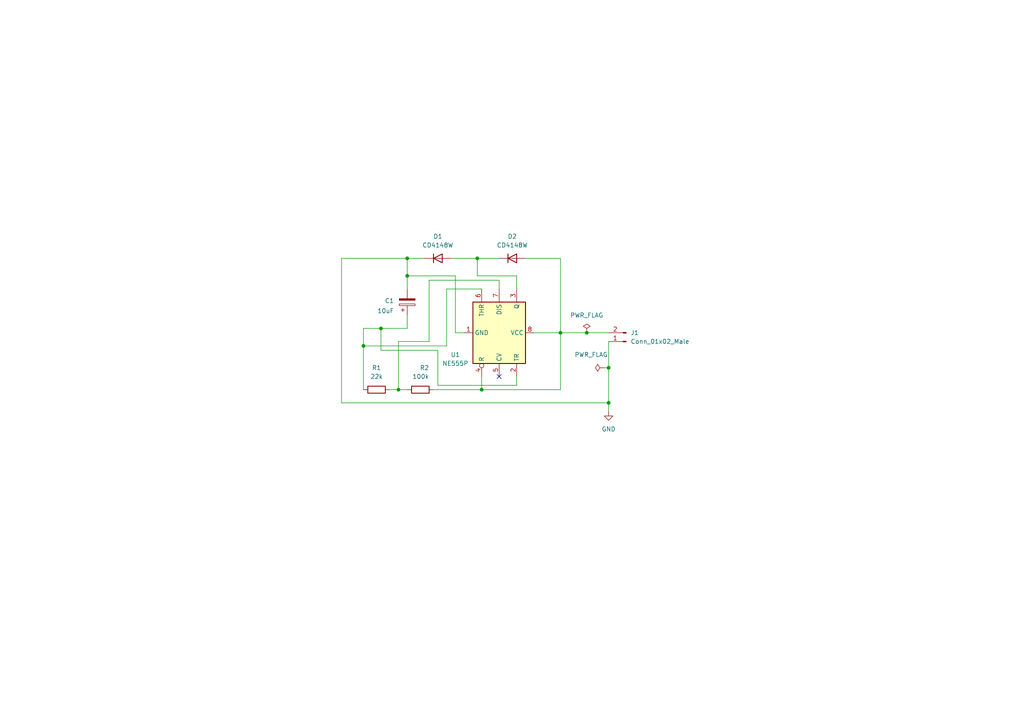
<source format=kicad_sch>
(kicad_sch (version 20230121) (generator eeschema)
  (paper "A4")
  (lib_symbols
    (symbol "Connector:Conn_01x02_Male" (pin_names (offset 1.016) hide)
      (property "Reference" "J" (at 0 2.54 0))
      (property "Value" "Conn_01x02_Male" (at 0 -5.08 0))
      (symbol "Conn_01x02_Male_1_1"
        (polyline (pts (xy 1.27 -2.54) (xy 0.8636 -2.54)) (stroke (width 0.1524)))
        (polyline (pts (xy 1.27 0) (xy 0.8636 0)) (stroke (width 0.1524)))
        (rectangle (start 0.8636 -2.413) (end 0 -2.667) (stroke (width 0.1524)) (fill (type outline)))
        (rectangle (start 0.8636 0.127) (end 0 -0.127) (stroke (width 0.1524)) (fill (type outline)))
        (pin passive line (at 5.08 0 180) (length 3.81) (name "Pin_1") (number "1"))
        (pin passive line (at 5.08 -2.54 180) (length 3.81) (name "Pin_2") (number "2"))
      )
    )
    (symbol "Device:C_Polarized" (pin_numbers hide) (pin_names (offset 0.254))
      (property "Reference" "C" (at 0.635 2.54 0))
      (property "Value" "C_Polarized" (at 0.635 -2.54 0))
      (symbol "C_Polarized_0_1"
        (rectangle (start -2.286 0.508) (end 2.286 1.016))
        (polyline (pts (xy -1.778 2.286) (xy -0.762 2.286)))
        (polyline (pts (xy -1.27 2.794) (xy -1.27 1.778)))
        (rectangle (start 2.286 -0.508) (end -2.286 -1.016) (fill (type outline)))
      )
      (symbol "C_Polarized_1_1"
        (pin passive line (at 0 3.81 270) (length 2.794) (name "~") (number "1"))
        (pin passive line (at 0 -3.81 90) (length 2.794) (name "~") (number "2"))
      )
    )
    (symbol "Device:R" (pin_numbers hide) (pin_names (offset 0))
      (property "Reference" "R" (at 2.032 0 90))
      (property "Value" "R" (at 0 0 90))
      (symbol "R_0_1"
        (rectangle (start -1.016 -2.54) (end 1.016 2.54) (stroke (width 0.254)))
      )
      (symbol "R_1_1"
        (pin passive line (at 0 3.81 270) (length 1.27) (name "~") (number "1"))
        (pin passive line (at 0 -3.81 90) (length 1.27) (name "~") (number "2"))
      )
    )
    (symbol "Diode:CD4148W" (pin_numbers hide) (pin_names hide)
      (property "Reference" "D" (at 0 2.54 0))
      (property "Value" "CD4148W" (at 0 -2.54 0))
      (symbol "CD4148W_0_1"
        (polyline (pts (xy -1.27 1.27) (xy -1.27 -1.27)) (stroke (width 0.254)))
        (polyline (pts (xy 1.27 0) (xy -1.27 0)))
        (polyline (pts (xy 1.27 1.27) (xy 1.27 -1.27) (xy -1.27 0) (xy 1.27 1.27)) (stroke (width 0.254)))
      )
      (symbol "CD4148W_1_1"
        (pin passive line (at -3.81 0 0) (length 2.54) (name "K") (number "1"))
        (pin passive line (at 3.81 0 180) (length 2.54) (name "A") (number "2"))
      )
    )
    (symbol "Timer:NE555P"
      (property "Reference" "U" (at -10.16 8.89 0))
      (property "Value" "NE555P" (at 2.54 8.89 0))
      (symbol "NE555P_0_0"
        (pin power_in line (at 0 -10.16 90) (length 2.54) (name "GND") (number "1"))
        (pin power_in line (at 0 10.16 270) (length 2.54) (name "VCC") (number "8"))
      )
      (symbol "NE555P_0_1"
        (rectangle (start -8.89 -7.62) (end 8.89 7.62) (stroke (width 0.254)) (fill (type background)))
        (rectangle (start -8.89 -7.62) (end 8.89 7.62) (stroke (width 0.254)) (fill (type background)))
      )
      (symbol "NE555P_1_1"
        (pin input line (at -12.7 5.08 0) (length 3.81) (name "TR") (number "2"))
        (pin output line (at 12.7 5.08 180) (length 3.81) (name "Q") (number "3"))
        (pin input inverted (at -12.7 -5.08 0) (length 3.81) (name "R") (number "4"))
        (pin input line (at -12.7 0 0) (length 3.81) (name "CV") (number "5"))
        (pin input line (at 12.7 -5.08 180) (length 3.81) (name "THR") (number "6"))
        (pin input line (at 12.7 0 180) (length 3.81) (name "DIS") (number "7"))
      )
    )
    (symbol "power:GND" (power) (pin_names (offset 0))
      (property "Value" "GND" (at 0 -3.81 0))
      (symbol "GND_0_1"
        (polyline (pts (xy 0 0) (xy 0 -1.27) (xy 1.27 -1.27) (xy 0 -2.54) (xy -1.27 -1.27) (xy 0 -1.27)))
      )
      (symbol "GND_1_1"
        (pin power_in line (at 0 0 270) (length 0) hide (name "GND") (number "1"))
      )
    )
    (symbol "power:PWR_FLAG" (power) (pin_numbers hide) (pin_names (offset 0) hide)
      (property "Value" "PWR_FLAG" (at 0 3.81 0))
      (symbol "PWR_FLAG_0_0"
        (pin power_out line (at 0 0 90) (length 0) (name "pwr") (number "1"))
      )
      (symbol "PWR_FLAG_0_1"
        (polyline (pts (xy 0 0) (xy 0 1.27) (xy -1.016 1.905) (xy 0 2.54) (xy 1.016 1.905) (xy 0 1.27)))
      )
    )
  )
  (junction (at 176.53 116.84))
  (junction (at 176.53 106.68))
  (junction (at 170.18 96.52))
  (junction (at 105.41 100.33))
  (junction (at 118.11 74.93))
  (junction (at 162.56 96.52))
  (junction (at 110.49 95.25))
  (junction (at 115.57 113.03))
  (junction (at 118.11 80.01))
  (junction (at 138.43 74.93))
  (junction (at 139.7 113.03))
  (no_connect (at 144.78 109.22))
  (wire (pts (xy 110.49 101.6) (xy 110.49 95.25)))
  (wire (pts (xy 115.57 113.03) (xy 118.11 113.03)))
  (wire (pts (xy 175.26 106.68) (xy 176.53 106.68)))
  (wire (pts (xy 152.4 74.93) (xy 162.56 74.93)))
  (wire (pts (xy 99.06 74.93) (xy 118.11 74.93)))
  (wire (pts (xy 132.08 80.01) (xy 118.11 80.01)))
  (wire (pts (xy 149.86 111.76) (xy 127 111.76)))
  (wire (pts (xy 118.11 80.01) (xy 118.11 83.82)))
  (wire (pts (xy 138.43 74.93) (xy 144.78 74.93)))
  (wire (pts (xy 115.57 99.06) (xy 115.57 113.03)))
  (wire (pts (xy 132.08 96.52) (xy 132.08 80.01)))
  (wire (pts (xy 118.11 74.93) (xy 123.19 74.93)))
  (wire (pts (xy 127 111.76) (xy 127 101.6)))
  (wire (pts (xy 105.41 100.33) (xy 105.41 95.25)))
  (wire (pts (xy 132.08 96.52) (xy 134.62 96.52)))
  (wire (pts (xy 125.73 113.03) (xy 139.7 113.03)))
  (wire (pts (xy 139.7 113.03) (xy 162.56 113.03)))
  (wire (pts (xy 149.86 80.01) (xy 138.43 80.01)))
  (wire (pts (xy 144.78 81.28) (xy 124.46 81.28)))
  (wire (pts (xy 110.49 95.25) (xy 118.11 95.25)))
  (wire (pts (xy 162.56 96.52) (xy 170.18 96.52)))
  (wire (pts (xy 176.53 116.84) (xy 176.53 119.38)))
  (wire (pts (xy 130.81 74.93) (xy 138.43 74.93)))
  (wire (pts (xy 105.41 95.25) (xy 110.49 95.25)))
  (wire (pts (xy 105.41 113.03) (xy 105.41 100.33)))
  (wire (pts (xy 129.54 100.33) (xy 105.41 100.33)))
  (wire (pts (xy 139.7 109.22) (xy 139.7 113.03)))
  (wire (pts (xy 127 101.6) (xy 110.49 101.6)))
  (wire (pts (xy 176.53 116.84) (xy 99.06 116.84)))
  (wire (pts (xy 162.56 74.93) (xy 162.56 96.52)))
  (wire (pts (xy 129.54 83.82) (xy 129.54 100.33)))
  (wire (pts (xy 170.18 96.52) (xy 176.53 96.52)))
  (wire (pts (xy 124.46 81.28) (xy 124.46 99.06)))
  (wire (pts (xy 124.46 99.06) (xy 115.57 99.06)))
  (wire (pts (xy 162.56 96.52) (xy 162.56 113.03)))
  (wire (pts (xy 113.03 113.03) (xy 115.57 113.03)))
  (wire (pts (xy 149.86 83.82) (xy 149.86 80.01)))
  (wire (pts (xy 149.86 109.22) (xy 149.86 111.76)))
  (wire (pts (xy 176.53 106.68) (xy 176.53 116.84)))
  (wire (pts (xy 176.53 99.06) (xy 176.53 106.68)))
  (wire (pts (xy 138.43 80.01) (xy 138.43 74.93)))
  (wire (pts (xy 99.06 116.84) (xy 99.06 74.93)))
  (wire (pts (xy 118.11 95.25) (xy 118.11 91.44)))
  (wire (pts (xy 139.7 83.82) (xy 129.54 83.82)))
  (wire (pts (xy 144.78 83.82) (xy 144.78 81.28)))
  (wire (pts (xy 154.94 96.52) (xy 162.56 96.52)))
  (wire (pts (xy 118.11 80.01) (xy 118.11 74.93)))
  (symbol (lib_id "power:PWR_FLAG") (at 170.18 96.52 0) (unit 1)
    (property "Reference" "#FLG0102" (effects hide))
    (property "Value" "PWR_FLAG" (at 170.18 91.44 0))
  )
  (symbol (lib_id "Diode:CD4148W") (at 148.59 74.93 0) (unit 1)
    (property "Reference" "D2" (at 148.59 68.58 0))
    (property "Value" "CD4148W" (at 148.59 71.12 0))
    (property "Footprint" "Diode_SMD:D_0805_2012Metric" (effects hide))
    (property "Datasheet" "https://www.dccomponents.com/upload/product/original/623524775088.pdf" (effects hide))
  )
  (symbol (lib_id "power:GND") (at 176.53 119.38 0) (unit 1)
    (property "Reference" "#PWR0101" (effects hide))
    (property "Value" "GND" (at 176.53 124.46 0))
  )
  (symbol (lib_id "Diode:CD4148W") (at 127 74.93 0) (unit 1)
    (property "Reference" "D1" (at 127 68.58 0))
    (property "Value" "CD4148W" (at 127 71.12 0))
    (property "Footprint" "Diode_SMD:D_0805_2012Metric" (effects hide))
    (property "Datasheet" "https://www.dccomponents.com/upload/product/original/623524775088.pdf" (effects hide))
  )
  (symbol (lib_id "Device:R") (at 121.92 113.03 90) (unit 1)
    (property "Reference" "R2" (at 124.46 106.68 90) (effects (justify left)))
    (property "Value" "100k" (at 124.46 109.22 90) (effects (justify left)))
    (property "Footprint" "Resistor_THT:R_Axial_DIN0309_L9.0mm_D3.2mm_P12.70mm_Horizontal" (effects hide))
  )
  (symbol (lib_id "Connector:Conn_01x02_Male") (at 181.61 99.06 180) (unit 1)
    (property "Reference" "J1" (at 182.88 96.5199 0) (effects (justify right)))
    (property "Value" "Conn_01x02_Male" (at 182.88 99.0599 0) (effects (justify right)))
    (property "Footprint" "Connector_PinHeader_2.54mm:PinHeader_1x02_P2.54mm_Horizontal" (effects hide))
  )
  (symbol (lib_id "power:PWR_FLAG") (at 175.26 106.68 90) (unit 1)
    (property "Reference" "#FLG0101" (effects hide))
    (property "Value" "PWR_FLAG" (at 171.45 102.87 90))
  )
  (symbol (lib_id "Device:R") (at 109.22 113.03 90) (unit 1)
    (property "Reference" "R1" (at 109.22 106.68 90))
    (property "Value" "22k" (at 109.22 109.22 90))
    (property "Footprint" "Resistor_THT:R_Axial_DIN0309_L9.0mm_D3.2mm_P12.70mm_Horizontal" (effects hide))
  )
  (symbol (lib_id "Timer:NE555P") (at 144.78 96.52 270) (mirror x) (unit 1)
    (property "Reference" "U1" (at 132.08 102.87 90))
    (property "Value" "NE555P" (at 132.08 105.41 90))
    (property "Footprint" "Package_DIP:DIP-8_W7.62mm" (effects hide))
    (property "Datasheet" "http://www.ti.com/lit/ds/symlink/ne555.pdf" (effects hide))
  )
  (symbol (lib_id "Device:C_Polarized") (at 118.11 87.63 0) (mirror x) (unit 1)
    (property "Reference" "C1" (at 114.3 87.2489 0) (effects (justify right)))
    (property "Value" "10uF" (at 114.3 90.17 0) (effects (justify right)))
    (property "Footprint" "Capacitor_THT:CP_Radial_D4.0mm_P2.00mm" (effects hide))
  )
)
</source>
